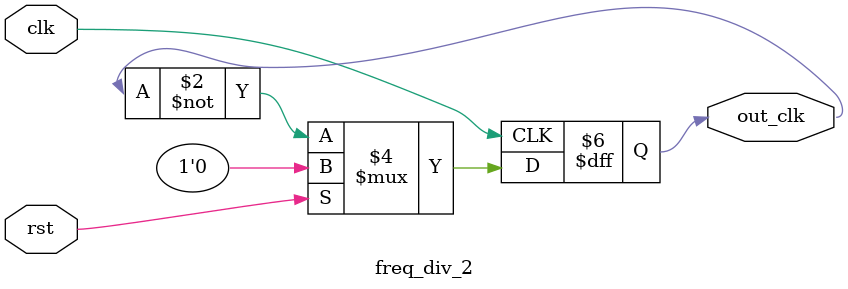
<source format=v>
module freq_div_2 (clk, rst, out_clk);
	output reg out_clk;
	input clk ;
	input rst;
	
	always @(posedge clk)
	begin
		if (rst)
			out_clk <= 1'b0;
		else
			out_clk <= ~out_clk;	
	end

endmodule

</source>
